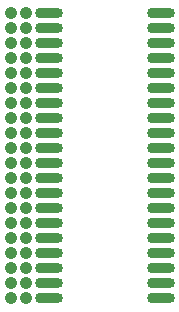
<source format=gbr>
G04 #@! TF.GenerationSoftware,KiCad,Pcbnew,7.0.6-0*
G04 #@! TF.CreationDate,2023-09-15T02:22:18-04:00*
G04 #@! TF.ProjectId,RAM Module,52414d20-4d6f-4647-956c-652e6b696361,1*
G04 #@! TF.SameCoordinates,Original*
G04 #@! TF.FileFunction,Soldermask,Bot*
G04 #@! TF.FilePolarity,Negative*
%FSLAX46Y46*%
G04 Gerber Fmt 4.6, Leading zero omitted, Abs format (unit mm)*
G04 Created by KiCad (PCBNEW 7.0.6-0) date 2023-09-15 02:22:18*
%MOMM*%
%LPD*%
G01*
G04 APERTURE LIST*
G04 Aperture macros list*
%AMRoundRect*
0 Rectangle with rounded corners*
0 $1 Rounding radius*
0 $2 $3 $4 $5 $6 $7 $8 $9 X,Y pos of 4 corners*
0 Add a 4 corners polygon primitive as box body*
4,1,4,$2,$3,$4,$5,$6,$7,$8,$9,$2,$3,0*
0 Add four circle primitives for the rounded corners*
1,1,$1+$1,$2,$3*
1,1,$1+$1,$4,$5*
1,1,$1+$1,$6,$7*
1,1,$1+$1,$8,$9*
0 Add four rect primitives between the rounded corners*
20,1,$1+$1,$2,$3,$4,$5,0*
20,1,$1+$1,$4,$5,$6,$7,0*
20,1,$1+$1,$6,$7,$8,$9,0*
20,1,$1+$1,$8,$9,$2,$3,0*%
G04 Aperture macros list end*
%ADD10C,1.076000*%
%ADD11RoundRect,0.328000X-0.835000X-0.072500X0.835000X-0.072500X0.835000X0.072500X-0.835000X0.072500X0*%
G04 APERTURE END LIST*
D10*
X144730000Y-111080000D03*
X144730000Y-109810000D03*
X144730000Y-108540000D03*
X144730000Y-107270000D03*
X144730000Y-106000000D03*
X144730000Y-104730000D03*
X144730000Y-103460000D03*
X144730000Y-102190000D03*
X144730000Y-100920000D03*
X144730000Y-99650000D03*
X144730000Y-98380000D03*
X144730000Y-97110000D03*
X144730000Y-95840000D03*
X144730000Y-94570000D03*
X144730000Y-93300000D03*
X144730000Y-92030000D03*
X144730000Y-90760000D03*
X144730000Y-89490000D03*
X144730000Y-88220000D03*
X144730000Y-86950000D03*
X143460000Y-86950000D03*
X143460000Y-88220000D03*
X143460000Y-89490000D03*
X143460000Y-90760000D03*
X143460000Y-92030000D03*
X143460000Y-93300000D03*
X143460000Y-94570000D03*
X143460000Y-95840000D03*
X143460000Y-97110000D03*
X143460000Y-98380000D03*
X143460000Y-99650000D03*
X143460000Y-100920000D03*
X143460000Y-102190000D03*
X143460000Y-103460000D03*
X143460000Y-104730000D03*
X143460000Y-106000000D03*
X143460000Y-107270000D03*
X143460000Y-108540000D03*
X143460000Y-109810000D03*
X143460000Y-111080000D03*
D11*
X146740000Y-111080000D03*
X146740000Y-109810000D03*
X146740000Y-108540000D03*
X146740000Y-107270000D03*
X146740000Y-106000000D03*
X146740000Y-104730000D03*
X146740000Y-103460000D03*
X146740000Y-102190000D03*
X146740000Y-100920000D03*
X146740000Y-99650000D03*
X146740000Y-98380000D03*
X146740000Y-97110000D03*
X146740000Y-95840000D03*
X146740000Y-94570000D03*
X146740000Y-93300000D03*
X146740000Y-92030000D03*
X146740000Y-90760000D03*
X146740000Y-89490000D03*
X146740000Y-88220000D03*
X146740000Y-86950000D03*
X156190000Y-86950000D03*
X156190000Y-88220000D03*
X156190000Y-89490000D03*
X156190000Y-90760000D03*
X156190000Y-92030000D03*
X156190000Y-93300000D03*
X156190000Y-94570000D03*
X156190000Y-95840000D03*
X156190000Y-97110000D03*
X156190000Y-98380000D03*
X156190000Y-99650000D03*
X156190000Y-100920000D03*
X156190000Y-102190000D03*
X156190000Y-103460000D03*
X156190000Y-104730000D03*
X156190000Y-106000000D03*
X156190000Y-107270000D03*
X156190000Y-108540000D03*
X156190000Y-109810000D03*
X156190000Y-111080000D03*
M02*

</source>
